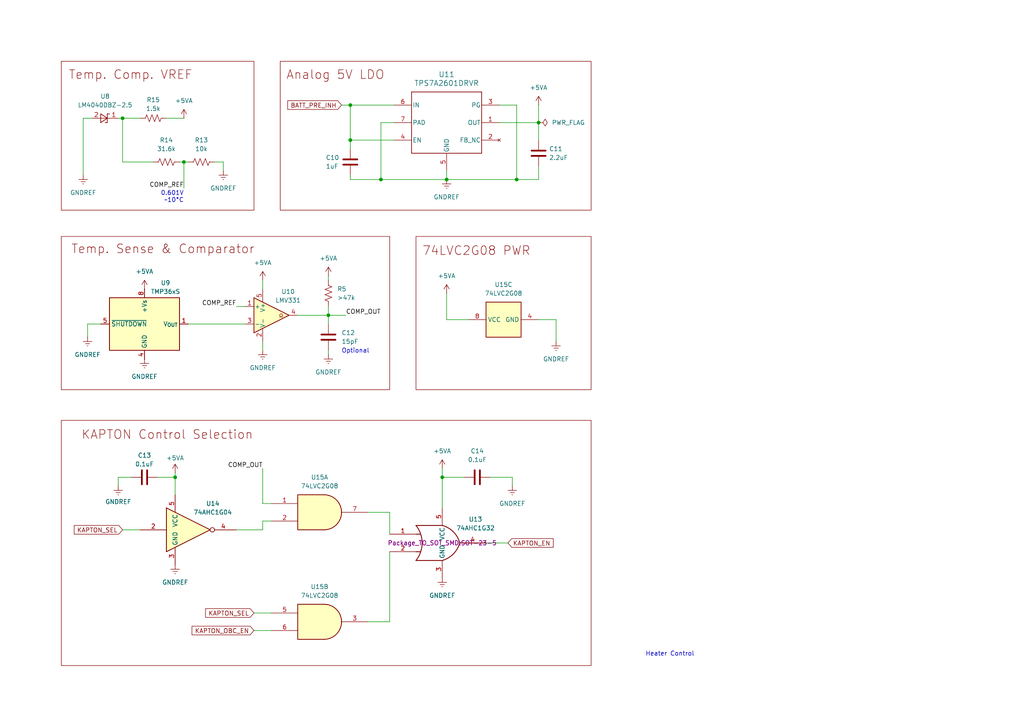
<source format=kicad_sch>
(kicad_sch (version 20250114) (generator "eeschema") (generator_version "9.0")
  (paper "A4")
  (lib_symbols
    (symbol "74xGxx:74AHC1G04"
      (property "Reference" "U" (at -2.54 3.81 0))
      (property "Value" "74AHC1G04" (at 0 -3.81 0))
      (symbol "74AHC1G04_0_1"
        (polyline (pts (xy -7.62 6.35) (xy -7.62 -6.35) (xy 5.08 0) (xy -7.62 6.35)) (stroke (width 0.254)) (fill (type background)))
      )
      (symbol "74AHC1G04_1_1"
        (pin input line (at -15.24 0 0) (length 7.62) (name "~") (number "2"))
        (pin power_in line (at -5.08 10.16 270) (length 5.08) (name "VCC") (number "5"))
        (pin power_in line (at -5.08 -10.16 90) (length 5.08) (name "GND") (number "3"))
        (pin output inverted (at 12.7 0 180) (length 7.62) (name "~") (number "4"))
      )
    )
    (symbol "74xGxx:74AHC1G32"
      (property "Reference" "U" (at -2.54 3.81 0))
      (property "Value" "74AHC1G32" (at 0 -3.81 0))
      (symbol "74AHC1G32_0_1"
        (arc (start -7.62 5.08) (mid -5.838 0) (end -7.62 -5.08) (stroke (width 0.254)))
        (polyline (pts (xy -7.62 2.54) (xy -6.35 2.54)) (stroke (width 0.254)) (fill (type background)))
        (polyline (pts (xy -7.62 -2.54) (xy -6.35 -2.54)) (stroke (width 0.254)) (fill (type background)))
        (arc (start 5.08 0) (mid 3.202 -3.202) (end 0 -5.08) (stroke (width 0.254)))
        (arc (start 0 5.08) (mid 3.2271 3.2271) (end 5.08 0) (stroke (width 0.254)))
        (polyline (pts (xy 0 5.08) (xy -7.62 5.08)) (stroke (width 0.254)) (fill (type background)))
        (polyline (pts (xy 0 -5.08) (xy -7.62 -5.08)) (stroke (width 0.254)) (fill (type background)))
      )
      (symbol "74AHC1G32_1_1"
        (pin input line (at -15.24 2.54 0) (length 7.62) (name "~") (number "1"))
        (pin input line (at -15.24 -2.54 0) (length 7.62) (name "~") (number "2"))
        (pin power_in line (at 0 10.16 270) (length 5.08) (name "VCC") (number "5"))
        (pin power_in line (at 0 -10.16 90) (length 5.08) (name "GND") (number "3"))
        (pin output line (at 12.7 0 180) (length 7.62) (name "~") (number "4"))
      )
    )
    (symbol "74xGxx:74LVC2G08"
      (property "Reference" "U" (at -10.16 7.62 0))
      (property "Value" "74LVC2G08" (at -10.16 -7.62 0))
      (symbol "74LVC2G08_1_1"
        (arc (start 0 5.08) (mid 5.0579 0) (end 0 -5.08) (stroke (width 0.254)) (fill (type background)))
        (polyline (pts (xy 0 -5.08) (xy -7.62 -5.08) (xy -7.62 5.08) (xy 0 5.08)) (stroke (width 0.254)) (fill (type background)))
        (pin input line (at -15.24 2.54 0) (length 7.62) (name "~") (number "1"))
        (pin input line (at -15.24 -2.54 0) (length 7.62) (name "~") (number "2"))
        (pin output line (at 12.7 0 180) (length 7.62) (name "~") (number "7"))
      )
      (symbol "74LVC2G08_2_1"
        (arc (start 0 5.08) (mid 5.0579 0) (end 0 -5.08) (stroke (width 0.254)) (fill (type background)))
        (polyline (pts (xy 0 -5.08) (xy -7.62 -5.08) (xy -7.62 5.08) (xy 0 5.08)) (stroke (width 0.254)) (fill (type background)))
        (pin input line (at -15.24 2.54 0) (length 7.62) (name "~") (number "5"))
        (pin input line (at -15.24 -2.54 0) (length 7.62) (name "~") (number "6"))
        (pin output line (at 12.7 0 180) (length 7.62) (name "~") (number "3"))
      )
      (symbol "74LVC2G08_3_0"
        (rectangle (start -5.08 -5.08) (end 5.08 5.08) (stroke (width 0.254)) (fill (type background)))
      )
      (symbol "74LVC2G08_3_1"
        (pin power_in line (at 0 10.16 270) (length 5.08) (name "VCC") (number "8"))
        (pin power_in line (at 0 -10.16 90) (length 5.08) (name "GND") (number "4"))
      )
    )
    (symbol "Comparator:LMV331" (pin_names (offset 0.127))
      (property "Reference" "U" (at 1.27 5.08 0))
      (property "Value" "LMV331" (at 3.81 -5.08 0))
      (symbol "LMV331_0_1"
        (polyline (pts (xy -5.08 5.08) (xy 5.08 0) (xy -5.08 -5.08) (xy -5.08 5.08)) (stroke (width 0.254)) (fill (type background)))
        (polyline (pts (xy 3.302 -0.508) (xy 2.794 -0.508) (xy 3.302 0) (xy 2.794 0.508) (xy 2.286 0) (xy 2.794 -0.508) (xy 2.286 -0.508)) (stroke (width 0.127)))
      )
      (symbol "LMV331_1_1"
        (pin input line (at -7.62 2.54 0) (length 2.54) (name "+") (number "1"))
        (pin input line (at -7.62 -2.54 0) (length 2.54) (name "-") (number "3"))
        (pin power_in line (at -2.54 7.62 270) (length 3.81) (name "V+") (number "5"))
        (pin power_in line (at -2.54 -7.62 90) (length 3.81) (name "V-") (number "2"))
        (pin open_collector line (at 7.62 0 180) (length 2.54) (name "~") (number "4"))
      )
    )
    (symbol "Device:C" (pin_numbers (hide yes)) (pin_names (offset 0.254))
      (property "Reference" "C" (at 0.635 2.54 0))
      (property "Value" "C" (at 0.635 -2.54 0))
      (symbol "C_0_1"
        (polyline (pts (xy -2.032 0.762) (xy 2.032 0.762)) (stroke (width 0.508)))
        (polyline (pts (xy -2.032 -0.762) (xy 2.032 -0.762)) (stroke (width 0.508)))
      )
      (symbol "C_1_1"
        (pin passive line (at 0 3.81 270) (length 2.794) (name "~") (number "1"))
        (pin passive line (at 0 -3.81 90) (length 2.794) (name "~") (number "2"))
      )
    )
    (symbol "Device:R_US" (pin_numbers (hide yes)) (pin_names (offset 0))
      (property "Reference" "R" (at 2.54 0 90))
      (property "Value" "R_US" (at -2.54 0 90))
      (symbol "R_US_0_1"
        (polyline (pts (xy 0 2.286) (xy 0 2.54)))
        (polyline (pts (xy 0 2.286) (xy 1.016 1.905) (xy 0 1.524) (xy -1.016 1.143) (xy 0 0.762)))
        (polyline (pts (xy 0 0.762) (xy 1.016 0.381) (xy 0 0) (xy -1.016 -0.381) (xy 0 -0.762)))
        (polyline (pts (xy 0 -0.762) (xy 1.016 -1.143) (xy 0 -1.524) (xy -1.016 -1.905) (xy 0 -2.286)))
        (polyline (pts (xy 0 -2.286) (xy 0 -2.54)))
      )
      (symbol "R_US_1_1"
        (pin passive line (at 0 3.81 270) (length 1.27) (name "~") (number "1"))
        (pin passive line (at 0 -3.81 90) (length 1.27) (name "~") (number "2"))
      )
    )
    (symbol "Reference_Voltage:LM4040DBZ-2.5" (pin_names (offset 0.0254) (hide yes))
      (property "Reference" "U" (at 0 2.54 0))
      (property "Value" "LM4040DBZ-2.5" (at 0 -3.175 0))
      (symbol "LM4040DBZ-2.5_0_1"
        (polyline (pts (xy -1.27 0) (xy 0 0) (xy 1.27 0)))
        (polyline (pts (xy -1.27 -1.27) (xy 0.635 0) (xy -1.27 1.27) (xy -1.27 -1.27)) (stroke (width 0.2032)))
        (polyline (pts (xy 0 -1.27) (xy 0.635 -1.27) (xy 0.635 1.27) (xy 1.27 1.27)) (stroke (width 0.2032)))
      )
      (symbol "LM4040DBZ-2.5_1_1"
        (pin passive line (at -3.81 0 0) (length 2.54) (name "A") (number "2"))
        (pin no_connect line (at -1.27 0 0) (length 2.54) (hide yes) (name "NC") (number "3"))
        (pin passive line (at 3.81 0 180) (length 2.54) (name "K") (number "1"))
      )
    )
    (symbol "Sensor_Temperature:TMP36xS"
      (property "Reference" "U" (at -8.89 8.89 0))
      (property "Value" "TMP36xS" (at 6.35 -8.89 0))
      (symbol "TMP36xS_0_1"
        (rectangle (start -10.16 7.62) (end 10.16 -7.62) (stroke (width 0.254)) (fill (type background)))
      )
      (symbol "TMP36xS_1_1"
        (pin input line (at -12.7 0 0) (length 2.54) (name "~{SHUTDOWN}") (number "5"))
        (pin power_in line (at 0 10.16 270) (length 2.54) (name "+Vs") (number "8"))
        (pin power_in line (at 0 -10.16 90) (length 2.54) (name "GND") (number "4"))
        (pin output line (at 12.7 0 180) (length 2.54) (name "V_{OUT}") (number "1"))
      )
    )
    (symbol "TPS7A2650DRVR:TPS7A2601DRVR" (pin_names (offset 0.254))
      (property "Reference" "U" (at 0 13.462 0))
      (property "Value" "TPS7A2601DRVR" (at 0 10.922 0))
      (symbol "TPS7A2601DRVR_0_1"
        (polyline (pts (xy -10.16 8.89) (xy -10.16 -8.89)) (stroke (width 0.2032)))
        (polyline (pts (xy -10.16 -8.89) (xy 10.16 -8.89)) (stroke (width 0.2032)))
        (polyline (pts (xy 10.16 8.89) (xy -10.16 8.89)) (stroke (width 0.2032)))
        (polyline (pts (xy 10.16 -8.89) (xy 10.16 8.89)) (stroke (width 0.2032)))
        (pin power_in line (at -15.24 5.08 0) (length 5.08) (name "IN") (number "6"))
        (pin free line (at -15.24 0 0) (length 5.08) (name "PAD") (number "7"))
        (pin input line (at -15.24 -5.08 0) (length 5.08) (name "EN") (number "4"))
        (pin power_in line (at 0 -13.97 90) (length 5.08) (name "GND") (number "5"))
        (pin open_collector line (at 15.24 5.08 180) (length 5.08) (name "PG") (number "3"))
        (pin power_in line (at 15.24 0 180) (length 5.08) (name "OUT") (number "1"))
        (pin no_connect line (at 15.24 -5.08 180) (length 5.08) (name "FB_NC") (number "2"))
      )
    )
    (symbol "power:+5VA" (power) (pin_numbers (hide yes)) (pin_names (offset 0) (hide yes))
      (property "Value" "+5VA" (at 0 3.556 0))
      (symbol "+5VA_0_1"
        (polyline (pts (xy -0.762 1.27) (xy 0 2.54)))
        (polyline (pts (xy 0 2.54) (xy 0.762 1.27)))
        (polyline (pts (xy 0 0) (xy 0 2.54)))
      )
      (symbol "+5VA_1_1"
        (pin power_in line (at 0 0 90) (length 0) (name "~") (number "1"))
      )
    )
    (symbol "power:GNDREF" (power) (pin_numbers (hide yes)) (pin_names (offset 0) (hide yes))
      (property "Value" "GNDREF" (at 0 -3.81 0))
      (symbol "GNDREF_0_1"
        (polyline (pts (xy -0.635 -1.905) (xy 0.635 -1.905)))
        (polyline (pts (xy -0.127 -2.54) (xy 0.127 -2.54)))
        (polyline (pts (xy 0 -1.27) (xy 0 0)))
        (polyline (pts (xy 1.27 -1.27) (xy -1.27 -1.27)))
      )
      (symbol "GNDREF_1_1"
        (pin power_in line (at 0 0 270) (length 0) (name "~") (number "1"))
      )
    )
    (symbol "power:PWR_FLAG" (power) (pin_numbers (hide yes)) (pin_names (offset 0) (hide yes))
      (property "Value" "PWR_FLAG" (at 0 3.81 0))
      (symbol "PWR_FLAG_0_0"
        (pin power_out line (at 0 0 90) (length 0) (name "~") (number "1"))
      )
      (symbol "PWR_FLAG_0_1"
        (polyline (pts (xy 0 0) (xy 0 1.27) (xy -1.016 1.905) (xy 0 2.54) (xy 1.016 1.905) (xy 0 1.27)))
      )
    )
  )
  (rectangle (start 81.28 17.78) (end 171.45 60.96) (stroke (width 0) (color 132 0 0 1)))
  (rectangle (start 17.78 121.92) (end 171.45 193.04) (stroke (width 0) (color 132 0 0 1)))
  (rectangle (start 120.65 68.58) (end 171.45 113.03) (stroke (width 0) (color 132 0 0 1)))
  (rectangle (start 17.78 17.78) (end 73.66 60.96) (stroke (width 0) (color 132 0 0 1)))
  (rectangle (start 17.78 68.58) (end 113.03 113.03) (stroke (width 0) (color 132 0 0 1)))
  (text "Temp. Comp. VREF" (at 37.846 21.844 0) (effects (font (size 2.54 2.54))))
  (text "Optional" (at 103.124 101.854 0) (effects (font (size 1.27 1.27))))
  (text "Temp. Sense & Comparator" (at 47.244 72.39 0) (effects (font (size 2.54 2.54))))
  (text "KAPTON Control Selection" (at 48.514 126.238 0) (effects (font (size 2.54 2.54))))
  (text "Analog 5V LDO" (at 97.282 21.844 0) (effects (font (size 2.54 2.54))))
  (text "Heater Control" (at 194.31 189.738 0) (effects (font (size 1.27 1.27))))
  (text "0.601V\n~10°C" (at 53.34 57.15 0) (effects (font (size 1.27 1.27)) (justify right)))
  (text "74LVC2G08 PWR" (at 138.176 72.898 0) (effects (font (size 2.54 2.54))))
  (junction (at 53.34 46.99))
  (junction (at 101.6 40.64))
  (junction (at 95.25 91.44))
  (junction (at 110.49 52.07))
  (junction (at 129.54 52.07))
  (junction (at 50.8 138.43))
  (junction (at 35.56 34.29))
  (junction (at 149.86 52.07))
  (junction (at 156.21 35.56))
  (junction (at 128.27 138.43))
  (junction (at 101.6 30.48))
  (wire (pts (xy 76.2 99.06) (xy 76.2 101.6)))
  (wire (pts (xy 140.97 157.48) (xy 147.32 157.48)))
  (wire (pts (xy 129.54 92.71) (xy 135.89 92.71)))
  (wire (pts (xy 35.56 34.29) (xy 34.29 34.29)))
  (wire (pts (xy 156.21 92.71) (xy 161.29 92.71)))
  (wire (pts (xy 101.6 30.48) (xy 114.3 30.48)))
  (wire (pts (xy 50.8 138.43) (xy 50.8 143.51)))
  (wire (pts (xy 76.2 135.89) (xy 76.2 146.05)))
  (wire (pts (xy 53.34 46.99) (xy 53.34 54.61)))
  (wire (pts (xy 142.24 138.43) (xy 148.59 138.43)))
  (wire (pts (xy 95.25 91.44) (xy 95.25 93.98)))
  (wire (pts (xy 95.25 88.9) (xy 95.25 91.44)))
  (wire (pts (xy 25.4 97.79) (xy 25.4 93.98)))
  (wire (pts (xy 156.21 52.07) (xy 149.86 52.07)))
  (wire (pts (xy 128.27 138.43) (xy 128.27 147.32)))
  (wire (pts (xy 149.86 52.07) (xy 129.54 52.07)))
  (wire (pts (xy 76.2 153.67) (xy 76.2 151.13)))
  (wire (pts (xy 62.23 46.99) (xy 64.77 46.99)))
  (wire (pts (xy 101.6 40.64) (xy 114.3 40.64)))
  (wire (pts (xy 149.86 30.48) (xy 149.86 52.07)))
  (wire (pts (xy 128.27 138.43) (xy 134.62 138.43)))
  (wire (pts (xy 76.2 146.05) (xy 78.74 146.05)))
  (wire (pts (xy 161.29 92.71) (xy 161.29 99.06)))
  (wire (pts (xy 95.25 80.01) (xy 95.25 81.28)))
  (wire (pts (xy 35.56 46.99) (xy 35.56 34.29)))
  (wire (pts (xy 128.27 135.89) (xy 128.27 138.43)))
  (wire (pts (xy 144.78 35.56) (xy 156.21 35.56)))
  (wire (pts (xy 110.49 35.56) (xy 110.49 52.07)))
  (wire (pts (xy 101.6 50.8) (xy 101.6 52.07)))
  (wire (pts (xy 76.2 81.28) (xy 76.2 83.82)))
  (wire (pts (xy 40.64 34.29) (xy 35.56 34.29)))
  (wire (pts (xy 156.21 48.26) (xy 156.21 52.07)))
  (wire (pts (xy 148.59 138.43) (xy 148.59 140.97)))
  (wire (pts (xy 114.3 35.56) (xy 110.49 35.56)))
  (wire (pts (xy 48.26 34.29) (xy 53.34 34.29)))
  (wire (pts (xy 110.49 52.07) (xy 129.54 52.07)))
  (wire (pts (xy 64.77 46.99) (xy 64.77 49.53)))
  (wire (pts (xy 45.72 138.43) (xy 50.8 138.43)))
  (wire (pts (xy 101.6 52.07) (xy 110.49 52.07)))
  (wire (pts (xy 68.58 153.67) (xy 76.2 153.67)))
  (wire (pts (xy 106.68 180.34) (xy 113.03 180.34)))
  (wire (pts (xy 52.07 46.99) (xy 53.34 46.99)))
  (wire (pts (xy 76.2 151.13) (xy 78.74 151.13)))
  (wire (pts (xy 73.66 182.88) (xy 78.74 182.88)))
  (wire (pts (xy 129.54 85.09) (xy 129.54 92.71)))
  (wire (pts (xy 24.13 34.29) (xy 24.13 50.8)))
  (wire (pts (xy 53.34 46.99) (xy 54.61 46.99)))
  (wire (pts (xy 156.21 35.56) (xy 156.21 40.64)))
  (wire (pts (xy 54.61 93.98) (xy 71.12 93.98)))
  (wire (pts (xy 50.8 137.16) (xy 50.8 138.43)))
  (wire (pts (xy 100.33 91.44) (xy 95.25 91.44)))
  (wire (pts (xy 156.21 30.48) (xy 156.21 35.56)))
  (wire (pts (xy 101.6 40.64) (xy 101.6 43.18)))
  (wire (pts (xy 144.78 30.48) (xy 149.86 30.48)))
  (wire (pts (xy 73.66 177.8) (xy 78.74 177.8)))
  (wire (pts (xy 113.03 148.59) (xy 113.03 154.94)))
  (wire (pts (xy 113.03 148.59) (xy 106.68 148.59)))
  (wire (pts (xy 35.56 46.99) (xy 44.45 46.99)))
  (wire (pts (xy 129.54 52.07) (xy 129.54 49.53)))
  (wire (pts (xy 95.25 91.44) (xy 86.36 91.44)))
  (wire (pts (xy 38.1 138.43) (xy 34.29 138.43)))
  (wire (pts (xy 34.29 138.43) (xy 34.29 140.97)))
  (wire (pts (xy 113.03 180.34) (xy 113.03 160.02)))
  (wire (pts (xy 95.25 101.6) (xy 95.25 102.87)))
  (wire (pts (xy 101.6 30.48) (xy 101.6 40.64)))
  (wire (pts (xy 99.06 30.48) (xy 101.6 30.48)))
  (wire (pts (xy 26.67 34.29) (xy 24.13 34.29)))
  (wire (pts (xy 35.56 153.67) (xy 40.64 153.67)))
  (wire (pts (xy 25.4 93.98) (xy 29.21 93.98)))
  (wire (pts (xy 68.58 88.9) (xy 71.12 88.9)))
  (label "COMP_REF" (at 53.34 54.61 180))
  (label "COMP_OUT" (at 76.2 135.89 180))
  (label "COMP_REF" (at 68.58 88.9 180))
  (label "COMP_OUT" (at 100.33 91.44 0))
  (global_label "KAPTON_EN" (shape input) (at 147.32 157.48 0) (property "Intersheetrefs" "${INTERSHEET_REFS}" (effects (hide yes))))
  (global_label "KAPTON_SEL" (shape input) (at 73.66 177.8 180) (property "Intersheetrefs" "${INTERSHEET_REFS}" (effects (hide yes))))
  (global_label "BATT_PRE_INH" (shape input) (at 99.06 30.48 180) (property "Intersheetrefs" "${INTERSHEET_REFS}" (effects (hide yes))))
  (global_label "KAPTON_SEL" (shape input) (at 35.56 153.67 180) (property "Intersheetrefs" "${INTERSHEET_REFS}" (effects (hide yes))))
  (global_label "KAPTON_OBC_EN" (shape input) (at 73.66 182.88 180) (property "Intersheetrefs" "${INTERSHEET_REFS}" (effects (hide yes))))
  (symbol (lib_id "power:GNDREF") (at 34.29 140.97 0) (unit 1)
    (property "Reference" "#PWR036" (effects (hide yes)))
    (property "Value" "GNDREF" (at 34.29 145.542 0))
    (property "Description" "Power symbol creates a global label with name \"GNDREF\" , reference supply ground" (effects (hide yes)))
  )
  (symbol (lib_id "power:GNDREF") (at 128.27 167.64 0) (unit 1)
    (property "Reference" "#PWR029" (effects (hide yes)))
    (property "Value" "GNDREF" (at 128.27 172.72 0))
    (property "Description" "Power symbol creates a global label with name \"GNDREF\" , reference supply ground" (effects (hide yes)))
  )
  (symbol (lib_id "Sensor_Temperature:TMP36xS") (at 41.91 93.98 0) (unit 1)
    (property "Reference" "U9" (at 48.006 82.042 0))
    (property "Value" "TMP36xS" (at 48.006 84.582 0))
    (property "Footprint" "Package_SO:SOIC-8_3.9x4.9mm_P1.27mm" (effects (hide yes)))
    (property "Datasheet" "https://www.analog.com/media/en/technical-documentation/data-sheets/TMP35_36_37.pdf" (effects (hide yes)))
    (property "Description" "Low Voltage Temperature Sensor, SOIC-8" (effects (hide yes)))
  )
  (symbol (lib_id "power:PWR_FLAG") (at 156.21 35.56 270) (unit 1)
    (property "Reference" "#FLG05" (effects (hide yes)))
    (property "Value" "PWR_FLAG" (at 160.02 35.5599 90) (effects (justify left)))
    (property "Description" "Special symbol for telling ERC where power comes from" (effects (hide yes)))
  )
  (symbol (lib_id "Device:R_US") (at 58.42 46.99 90) (unit 1)
    (property "Reference" "R13" (at 58.42 40.64 90))
    (property "Value" "10k" (at 58.42 43.18 90))
    (property "Description" "Resistor, US symbol" (effects (hide yes)))
  )
  (symbol (lib_id "TPS7A2650DRVR:TPS7A2601DRVR") (at 129.54 35.56 0) (unit 1)
    (property "Reference" "U11" (at 129.54 21.59 0) (effects (font (size 1.524 1.524))))
    (property "Value" "TPS7A2601DRVR" (at 129.54 24.13 0) (effects (font (size 1.524 1.524))))
    (property "Footprint" "BattBrdFtPrts:DRV0006A_NV" (effects (hide yes)))
    (property "Datasheet" "TPS7A2601DRVR" (effects (hide yes)))
  )
  (symbol (lib_id "74xGxx:74LVC2G08") (at 93.98 180.34 0) (unit 2)
    (property "Reference" "U15" (at 92.6989 170.18 0))
    (property "Value" "74LVC2G08" (at 92.6989 172.72 0))
    (property "Footprint" "Package_SO:VSSOP-8_2.3x2mm_P0.5mm" (effects (hide yes)))
    (property "Datasheet" "http://www.ti.com/lit/sg/scyt129e/scyt129e.pdf" (effects (hide yes)))
    (property "Description" "Dual AND Gate, Low-Voltage CMOS" (effects (hide yes)))
  )
  (symbol (lib_id "power:GNDREF") (at 64.77 49.53 0) (unit 1)
    (property "Reference" "#PWR016" (effects (hide yes)))
    (property "Value" "GNDREF" (at 64.77 54.61 0))
    (property "Description" "Power symbol creates a global label with name \"GNDREF\" , reference supply ground" (effects (hide yes)))
  )
  (symbol (lib_id "power:GNDREF") (at 129.54 52.07 0) (unit 1)
    (property "Reference" "#PWR032" (effects (hide yes)))
    (property "Value" "GNDREF" (at 129.54 57.15 0))
    (property "Description" "Power symbol creates a global label with name \"GNDREF\" , reference supply ground" (effects (hide yes)))
  )
  (symbol (lib_id "74xGxx:74AHC1G04") (at 55.88 153.67 0) (unit 1)
    (property "Reference" "U14" (at 61.722 146.05 0))
    (property "Value" "74AHC1G04" (at 61.722 148.59 0))
    (property "Footprint" "Package_TO_SOT_SMD:SOT-23-5" (effects (hide yes)))
    (property "Datasheet" "http://www.ti.com/lit/sg/scyt129e/scyt129e.pdf" (effects (hide yes)))
    (property "Description" "Single NOT Gate, Low-Voltage CMOS" (effects (hide yes)))
  )
  (symbol (lib_id "power:+5VA") (at 129.54 85.09 0) (unit 1)
    (property "Reference" "#PWR014" (effects (hide yes)))
    (property "Value" "+5VA" (at 129.54 80.01 0))
    (property "Description" "Power symbol creates a global label with name \"+5VA\"" (effects (hide yes)))
  )
  (symbol (lib_id "Device:R_US") (at 48.26 46.99 90) (unit 1)
    (property "Reference" "R14" (at 48.26 40.64 90))
    (property "Value" "31.6k" (at 48.26 43.18 90))
    (property "Description" "Resistor, US symbol" (effects (hide yes)))
  )
  (symbol (lib_id "Comparator:LMV331") (at 78.74 91.44 0) (unit 1)
    (property "Reference" "U10" (at 83.566 84.582 0))
    (property "Value" "LMV331" (at 83.566 87.122 0))
    (property "Footprint" "Package_TO_SOT_SMD:SOT-23-5" (effects (hide yes)))
    (property "Datasheet" "http://www.ti.com/lit/ds/symlink/lmv331.pdf" (effects (hide yes)))
    (property "Description" "Single General-Purpose Low-Voltage Comparator, SOT-23-5/SC-70-5" (effects (hide yes)))
  )
  (symbol (lib_id "Device:C") (at 138.43 138.43 90) (unit 1)
    (property "Reference" "C14" (at 138.43 130.81 90))
    (property "Value" "0.1uF" (at 138.43 133.35 90))
    (property "Description" "Unpolarized capacitor" (effects (hide yes)))
  )
  (symbol (lib_id "power:GNDREF") (at 148.59 140.97 0) (unit 1)
    (property "Reference" "#PWR037" (effects (hide yes)))
    (property "Value" "GNDREF" (at 148.59 146.05 0))
    (property "Description" "Power symbol creates a global label with name \"GNDREF\" , reference supply ground" (effects (hide yes)))
  )
  (symbol (lib_id "Reference_Voltage:LM4040DBZ-2.5") (at 30.48 34.29 0) (unit 1)
    (property "Reference" "U8" (at 30.48 27.94 0))
    (property "Value" "LM4040DBZ-2.5" (at 30.48 30.48 0))
    (property "Footprint" "Package_TO_SOT_SMD:SOT-23" (effects (hide yes)))
    (property "Datasheet" "http://www.ti.com/lit/ds/symlink/lm4040-n.pdf" (effects (hide yes)))
    (property "Description" "2.500V Precision Micropower Shunt Voltage Reference, SOT-23" (effects (hide yes)))
  )
  (symbol (lib_id "power:+5VA") (at 156.21 30.48 0) (unit 1)
    (property "Reference" "#PWR033" (effects (hide yes)))
    (property "Value" "+5VA" (at 156.21 25.4 0))
    (property "Description" "Power symbol creates a global label with name \"+5VA\"" (effects (hide yes)))
  )
  (symbol (lib_id "power:GNDREF") (at 95.25 102.87 0) (unit 1)
    (property "Reference" "#PWR034" (effects (hide yes)))
    (property "Value" "GNDREF" (at 95.25 107.95 0))
    (property "Description" "Power symbol creates a global label with name \"GNDREF\" , reference supply ground" (effects (hide yes)))
  )
  (symbol (lib_id "74xGxx:74LVC2G08") (at 93.98 148.59 0) (unit 1)
    (property "Reference" "U15" (at 92.6989 138.43 0))
    (property "Value" "74LVC2G08" (at 92.6989 140.97 0))
    (property "Footprint" "Package_SO:VSSOP-8_2.3x2mm_P0.5mm" (effects (hide yes)))
    (property "Datasheet" "http://www.ti.com/lit/sg/scyt129e/scyt129e.pdf" (effects (hide yes)))
    (property "Description" "Dual AND Gate, Low-Voltage CMOS" (effects (hide yes)))
  )
  (symbol (lib_id "power:+5VA") (at 41.91 83.82 0) (unit 1)
    (property "Reference" "#PWR020" (effects (hide yes)))
    (property "Value" "+5VA" (at 41.91 78.74 0))
    (property "Description" "Power symbol creates a global label with name \"+5VA\"" (effects (hide yes)))
  )
  (symbol (lib_id "74xGxx:74LVC2G08") (at 146.05 92.71 90) (unit 3)
    (property "Reference" "U15" (at 146.05 82.55 90))
    (property "Value" "74LVC2G08" (at 146.05 85.09 90))
    (property "Footprint" "Package_SO:VSSOP-8_2.3x2mm_P0.5mm" (effects (hide yes)))
    (property "Datasheet" "http://www.ti.com/lit/sg/scyt129e/scyt129e.pdf" (effects (hide yes)))
    (property "Description" "Dual AND Gate, Low-Voltage CMOS" (effects (hide yes)))
  )
  (symbol (lib_id "power:+5VA") (at 50.8 137.16 0) (unit 1)
    (property "Reference" "#PWR027" (effects (hide yes)))
    (property "Value" "+5VA" (at 50.8 132.842 0))
    (property "Description" "Power symbol creates a global label with name \"+5VA\"" (effects (hide yes)))
  )
  (symbol (lib_id "power:GNDREF") (at 41.91 104.14 0) (unit 1)
    (property "Reference" "#PWR018" (effects (hide yes)))
    (property "Value" "GNDREF" (at 41.91 109.22 0))
    (property "Description" "Power symbol creates a global label with name \"GNDREF\" , reference supply ground" (effects (hide yes)))
  )
  (symbol (lib_id "74xGxx:74AHC1G32") (at 128.27 157.48 0) (unit 1)
    (property "Reference" "U13" (at 137.922 150.622 0))
    (property "Value" "74AHC1G32" (at 137.922 153.162 0))
    (property "Footprint" "Package_TO_SOT_SMD:SOT-23-5" (at 128.27 157.48 0))
    (property "Datasheet" "http://www.ti.com/lit/sg/scyt129e/scyt129e.pdf" (effects (hide yes)))
    (property "Description" "Single OR Gate, Low-Voltage CMOS" (effects (hide yes)))
  )
  (symbol (lib_id "Device:C") (at 41.91 138.43 90) (unit 1)
    (property "Reference" "C13" (at 41.91 132.08 90))
    (property "Value" "0.1uF" (at 41.91 134.62 90))
    (property "Description" "Unpolarized capacitor" (effects (hide yes)))
  )
  (symbol (lib_id "power:GNDREF") (at 76.2 101.6 0) (unit 1)
    (property "Reference" "#PWR023" (effects (hide yes)))
    (property "Value" "GNDREF" (at 76.2 106.68 0))
    (property "Description" "Power symbol creates a global label with name \"GNDREF\" , reference supply ground" (effects (hide yes)))
  )
  (symbol (lib_id "Device:C") (at 95.25 97.79 0) (unit 1)
    (property "Reference" "C12" (at 99.06 96.5199 0) (effects (justify left)))
    (property "Value" "15pF" (at 99.06 99.0599 0) (effects (justify left)))
    (property "Description" "Optional" (effects (hide yes)))
  )
  (symbol (lib_id "power:GNDREF") (at 161.29 99.06 0) (unit 1)
    (property "Reference" "#PWR025" (effects (hide yes)))
    (property "Value" "GNDREF" (at 161.29 104.14 0))
    (property "Description" "Power symbol creates a global label with name \"GNDREF\" , reference supply ground" (effects (hide yes)))
  )
  (symbol (lib_id "Device:C") (at 156.21 44.45 0) (unit 1)
    (property "Reference" "C11" (at 159.258 43.18 0) (effects (justify left)))
    (property "Value" "2.2uF" (at 159.258 45.72 0) (effects (justify left)))
    (property "Description" "Unpolarized capacitor" (effects (hide yes)))
  )
  (symbol (lib_id "power:+5VA") (at 53.34 34.29 0) (unit 1)
    (property "Reference" "#PWR021" (effects (hide yes)))
    (property "Value" "+5VA" (at 53.34 29.21 0))
    (property "Description" "Power symbol creates a global label with name \"+5VA\"" (effects (hide yes)))
  )
  (symbol (lib_id "power:GNDREF") (at 25.4 97.79 0) (unit 1)
    (property "Reference" "#PWR019" (effects (hide yes)))
    (property "Value" "GNDREF" (at 25.4 102.87 0))
    (property "Description" "Power symbol creates a global label with name \"GNDREF\" , reference supply ground" (effects (hide yes)))
  )
  (symbol (lib_id "power:+5VA") (at 95.25 80.01 0) (unit 1)
    (property "Reference" "#PWR035" (effects (hide yes)))
    (property "Value" "+5VA" (at 95.25 74.93 0))
    (property "Description" "Power symbol creates a global label with name \"+5VA\"" (effects (hide yes)))
  )
  (symbol (lib_id "power:+5VA") (at 76.2 81.28 0) (unit 1)
    (property "Reference" "#PWR022" (effects (hide yes)))
    (property "Value" "+5VA" (at 76.2 76.2 0))
    (property "Description" "Power symbol creates a global label with name \"+5VA\"" (effects (hide yes)))
  )
  (symbol (lib_id "Device:R_US") (at 95.25 85.09 0) (unit 1)
    (property "Reference" "R5" (at 97.79 83.8199 0) (effects (justify left)))
    (property "Value" ">47k" (at 97.79 86.3599 0) (effects (justify left)))
    (property "Description" "Resistor, US symbol" (effects (hide yes)))
  )
  (symbol (lib_id "power:GNDREF") (at 24.13 50.8 0) (unit 1)
    (property "Reference" "#PWR017" (effects (hide yes)))
    (property "Value" "GNDREF" (at 24.13 55.88 0))
    (property "Description" "Power symbol creates a global label with name \"GNDREF\" , reference supply ground" (effects (hide yes)))
  )
  (symbol (lib_id "Device:C") (at 101.6 46.99 0) (unit 1)
    (property "Reference" "C10" (at 94.488 45.72 0) (effects (justify left)))
    (property "Value" "1uF" (at 94.488 48.26 0) (effects (justify left)))
    (property "Description" "Unpolarized capacitor" (effects (hide yes)))
  )
  (symbol (lib_id "Device:R_US") (at 44.45 34.29 90) (unit 1)
    (property "Reference" "R15" (at 44.45 28.956 90))
    (property "Value" "1.5k" (at 44.45 31.496 90))
    (property "Description" "Resistor, US symbol" (effects (hide yes)))
  )
  (symbol (lib_id "power:GNDREF") (at 50.8 163.83 0) (unit 1)
    (property "Reference" "#PWR031" (effects (hide yes)))
    (property "Value" "GNDREF" (at 50.8 168.91 0))
    (property "Description" "Power symbol creates a global label with name \"GNDREF\" , reference supply ground" (effects (hide yes)))
  )
  (symbol (lib_id "power:+5VA") (at 128.27 135.89 0) (unit 1)
    (property "Reference" "#PWR026" (effects (hide yes)))
    (property "Value" "+5VA" (at 128.27 130.81 0))
    (property "Description" "Power symbol creates a global label with name \"+5VA\"" (effects (hide yes)))
  )
)
</source>
